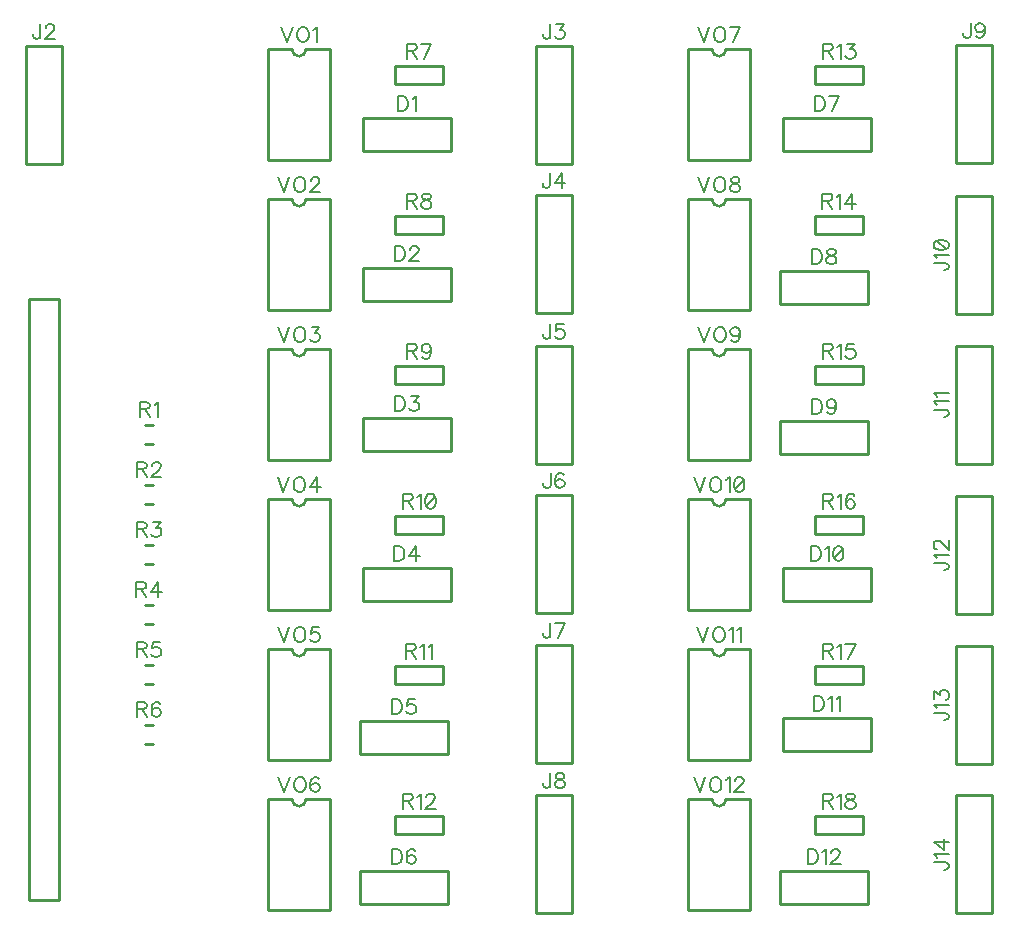
<source format=gbr>
G04 DipTrace 3.2.0.1*
G04 TopSilk.gbr*
%MOIN*%
G04 #@! TF.FileFunction,Legend,Top*
G04 #@! TF.Part,Single*
%ADD10C,0.009843*%
%ADD59C,0.00772*%
%FSLAX26Y26*%
G04*
G70*
G90*
G75*
G01*
G04 TopSilk*
%LPD*%
X1441633Y3108961D2*
D10*
X1646367D1*
X1441633Y3479039D2*
Y3108961D1*
X1646367Y3479039D2*
Y3108961D1*
X1441633Y3479039D2*
X1520374D1*
X1646367D2*
X1567626D1*
X1520374D2*
G03X1567626Y3479039I23626J15D01*
G01*
X1441633Y2608961D2*
X1646367D1*
X1441633Y2979039D2*
Y2608961D1*
X1646367Y2979039D2*
Y2608961D1*
X1441633Y2979039D2*
X1520374D1*
X1646367D2*
X1567626D1*
X1520374D2*
G03X1567626Y2979039I23626J15D01*
G01*
X1441633Y2108961D2*
X1646367D1*
X1441633Y2479039D2*
Y2108961D1*
X1646367Y2479039D2*
Y2108961D1*
X1441633Y2479039D2*
X1520374D1*
X1646367D2*
X1567626D1*
X1520374D2*
G03X1567626Y2479039I23626J15D01*
G01*
X1441633Y1608961D2*
X1646367D1*
X1441633Y1979039D2*
Y1608961D1*
X1646367Y1979039D2*
Y1608961D1*
X1441633Y1979039D2*
X1520374D1*
X1646367D2*
X1567626D1*
X1520374D2*
G03X1567626Y1979039I23626J15D01*
G01*
X1441633Y1108961D2*
X1646367D1*
X1441633Y1479039D2*
Y1108961D1*
X1646367Y1479039D2*
Y1108961D1*
X1441633Y1479039D2*
X1520374D1*
X1646367D2*
X1567626D1*
X1520374D2*
G03X1567626Y1479039I23626J15D01*
G01*
X1441633Y608961D2*
X1646367D1*
X1441633Y979039D2*
Y608961D1*
X1646367Y979039D2*
Y608961D1*
X1441633Y979039D2*
X1520374D1*
X1646367D2*
X1567626D1*
X1520374D2*
G03X1567626Y979039I23626J15D01*
G01*
X2841633Y3108961D2*
X3046367D1*
X2841633Y3479039D2*
Y3108961D1*
X3046367Y3479039D2*
Y3108961D1*
X2841633Y3479039D2*
X2920374D1*
X3046367D2*
X2967626D1*
X2920374D2*
G03X2967626Y3479039I23626J15D01*
G01*
X2841633Y2608961D2*
X3046367D1*
X2841633Y2979039D2*
Y2608961D1*
X3046367Y2979039D2*
Y2608961D1*
X2841633Y2979039D2*
X2920374D1*
X3046367D2*
X2967626D1*
X2920374D2*
G03X2967626Y2979039I23626J15D01*
G01*
X2841633Y2108961D2*
X3046367D1*
X2841633Y2479039D2*
Y2108961D1*
X3046367Y2479039D2*
Y2108961D1*
X2841633Y2479039D2*
X2920374D1*
X3046367D2*
X2967626D1*
X2920374D2*
G03X2967626Y2479039I23626J15D01*
G01*
X2841633Y1608961D2*
X3046367D1*
X2841633Y1979039D2*
Y1608961D1*
X3046367Y1979039D2*
Y1608961D1*
X2841633Y1979039D2*
X2920374D1*
X3046367D2*
X2967626D1*
X2920374D2*
G03X2967626Y1979039I23626J15D01*
G01*
X2841633Y1108961D2*
X3046367D1*
X2841633Y1479039D2*
Y1108961D1*
X3046367Y1479039D2*
Y1108961D1*
X2841633Y1479039D2*
X2920374D1*
X3046367D2*
X2967626D1*
X2920374D2*
G03X2967626Y1479039I23626J15D01*
G01*
X2841633Y608961D2*
X3046367D1*
X2841633Y979039D2*
Y608961D1*
X3046367Y979039D2*
Y608961D1*
X2841633Y979039D2*
X2920374D1*
X3046367D2*
X2967626D1*
X2920374D2*
G03X2967626Y979039I23626J15D01*
G01*
X1055780Y2225465D2*
X1032220D1*
X1055780Y2162535D2*
X1032220D1*
X1055780Y2025465D2*
X1032220D1*
X1055780Y1962535D2*
X1032220D1*
X1055780Y1825465D2*
X1032220D1*
X1055780Y1762535D2*
X1032220D1*
X1055780Y1625465D2*
X1032220D1*
X1055780Y1562535D2*
X1032220D1*
X1055780Y1425465D2*
X1032220D1*
X1055780Y1362535D2*
X1032220D1*
X1055780Y1225465D2*
X1032220D1*
X1055780Y1162535D2*
X1032220D1*
X643998Y643158D2*
X744000D1*
Y2644842D1*
X643998D1*
Y643158D1*
X2049512Y3138882D2*
X1758173D1*
Y3249118D1*
X2049512D1*
Y3138882D2*
Y3249118D1*
X755024Y3489276D2*
X632976D1*
Y3095575D1*
X755024D1*
Y3489276D1*
X2024150Y3364000D2*
Y3424000D1*
X1863850Y3364000D2*
X2024150D1*
X1863850D2*
Y3424000D1*
X2024150D1*
X2455024Y3489276D2*
X2332976D1*
Y3095575D1*
X2455024D1*
Y3489276D1*
X2049512Y2638882D2*
X1758173D1*
Y2749118D1*
X2049512D1*
Y2638882D2*
Y2749118D1*
X2024150Y2864000D2*
Y2924000D1*
X1863850Y2864000D2*
X2024150D1*
X1863850D2*
Y2924000D1*
X2024150D1*
X2455024Y2992425D2*
X2332976D1*
Y2598724D1*
X2455024D1*
Y2992425D1*
X2049512Y2138882D2*
X1758173D1*
Y2249118D1*
X2049512D1*
Y2138882D2*
Y2249118D1*
X2024150Y2364000D2*
Y2424000D1*
X1863850Y2364000D2*
X2024150D1*
X1863850D2*
Y2424000D1*
X2024150D1*
X2455024Y2489276D2*
X2332976D1*
Y2095575D1*
X2455024D1*
Y2489276D1*
X2049512Y1638882D2*
X1758173D1*
Y1749118D1*
X2049512D1*
Y1638882D2*
Y1749118D1*
X2024150Y1864000D2*
Y1924000D1*
X1863850Y1864000D2*
X2024150D1*
X1863850D2*
Y1924000D1*
X2024150D1*
X2455024Y1992425D2*
X2332976D1*
Y1598724D1*
X2455024D1*
Y1992425D1*
X2039669Y1129039D2*
X1748331D1*
Y1239276D1*
X2039669D1*
Y1129039D2*
Y1239276D1*
X2024150Y1364000D2*
Y1424000D1*
X1863850Y1364000D2*
X2024150D1*
X1863850D2*
Y1424000D1*
X2024150D1*
X2455024Y1492425D2*
X2332976D1*
Y1098724D1*
X2455024D1*
Y1492425D1*
X2039669Y629039D2*
X1748331D1*
Y739276D1*
X2039669D1*
Y629039D2*
Y739276D1*
X2024150Y864000D2*
Y924000D1*
X1863850Y864000D2*
X2024150D1*
X1863850D2*
Y924000D1*
X2024150D1*
X2455024Y992425D2*
X2332976D1*
Y598724D1*
X2455024D1*
Y992425D1*
X3449512Y3138882D2*
X3158173D1*
Y3249118D1*
X3449512D1*
Y3138882D2*
Y3249118D1*
X3424150Y3364000D2*
Y3424000D1*
X3263850Y3364000D2*
X3424150D1*
X3263850D2*
Y3424000D1*
X3424150D1*
X3855024Y3492425D2*
X3732976D1*
Y3098724D1*
X3855024D1*
Y3492425D1*
X3439669Y2629039D2*
X3148331D1*
Y2739276D1*
X3439669D1*
Y2629039D2*
Y2739276D1*
X3424150Y2864000D2*
Y2924000D1*
X3263850Y2864000D2*
X3424150D1*
X3263850D2*
Y2924000D1*
X3424150D1*
X3855024Y2989276D2*
X3732976D1*
Y2595575D1*
X3855024D1*
Y2989276D1*
X3439669Y2129039D2*
X3148331D1*
Y2239276D1*
X3439669D1*
Y2129039D2*
Y2239276D1*
X3424150Y2364000D2*
Y2424000D1*
X3263850Y2364000D2*
X3424150D1*
X3263850D2*
Y2424000D1*
X3424150D1*
X3855024Y2489276D2*
X3732976D1*
Y2095575D1*
X3855024D1*
Y2489276D1*
X3449512Y1638882D2*
X3158173D1*
Y1749118D1*
X3449512D1*
Y1638882D2*
Y1749118D1*
X3424150Y1864000D2*
Y1924000D1*
X3263850Y1864000D2*
X3424150D1*
X3263850D2*
Y1924000D1*
X3424150D1*
X3855024Y1989276D2*
X3732976D1*
Y1595575D1*
X3855024D1*
Y1989276D1*
X3449512Y1138882D2*
X3158173D1*
Y1249118D1*
X3449512D1*
Y1138882D2*
Y1249118D1*
X3424150Y1364000D2*
Y1424000D1*
X3263850Y1364000D2*
X3424150D1*
X3263850D2*
Y1424000D1*
X3424150D1*
X3855024Y1489276D2*
X3732976D1*
Y1095575D1*
X3855024D1*
Y1489276D1*
X3439669Y629039D2*
X3148331D1*
Y739276D1*
X3439669D1*
Y629039D2*
Y739276D1*
X3424150Y864000D2*
Y924000D1*
X3263850Y864000D2*
X3424150D1*
X3263850D2*
Y924000D1*
X3424150D1*
X3855024Y992425D2*
X3732976D1*
Y598724D1*
X3855024D1*
Y992425D1*
X1484317Y3552262D2*
D59*
X1503441Y3502022D1*
X1522564Y3552262D1*
X1552373D2*
X1547565Y3549886D1*
X1542812Y3545077D1*
X1540380Y3540324D1*
X1538003Y3533139D1*
Y3521146D1*
X1540380Y3514016D1*
X1542812Y3509207D1*
X1547565Y3504454D1*
X1552373Y3502022D1*
X1561935D1*
X1566688Y3504454D1*
X1571497Y3509207D1*
X1573873Y3514016D1*
X1576250Y3521146D1*
Y3533139D1*
X1573873Y3540324D1*
X1571497Y3545077D1*
X1566688Y3549886D1*
X1561935Y3552262D1*
X1552373D1*
X1591689Y3542646D2*
X1596497Y3545077D1*
X1603683Y3552207D1*
Y3502022D1*
X1473568Y3052262D2*
X1492691Y3002022D1*
X1511814Y3052262D1*
X1541623D2*
X1536815Y3049886D1*
X1532062Y3045077D1*
X1529630Y3040324D1*
X1527253Y3033139D1*
Y3021146D1*
X1529630Y3014016D1*
X1532062Y3009207D1*
X1536815Y3004454D1*
X1541623Y3002022D1*
X1551185D1*
X1555938Y3004454D1*
X1560747Y3009207D1*
X1563123Y3014016D1*
X1565500Y3021146D1*
Y3033139D1*
X1563123Y3040324D1*
X1560747Y3045077D1*
X1555938Y3049886D1*
X1551185Y3052262D1*
X1541623D1*
X1583371Y3040269D2*
Y3042646D1*
X1585748Y3047454D1*
X1588124Y3049831D1*
X1592933Y3052207D1*
X1602494D1*
X1607247Y3049831D1*
X1609624Y3047454D1*
X1612056Y3042646D1*
Y3037892D1*
X1609624Y3033084D1*
X1604871Y3025954D1*
X1580939Y3002022D1*
X1614432D1*
X1473568Y2552262D2*
X1492691Y2502022D1*
X1511814Y2552262D1*
X1541623D2*
X1536815Y2549886D1*
X1532062Y2545077D1*
X1529630Y2540324D1*
X1527253Y2533139D1*
Y2521146D1*
X1529630Y2514016D1*
X1532062Y2509207D1*
X1536815Y2504454D1*
X1541623Y2502022D1*
X1551185D1*
X1555938Y2504454D1*
X1560747Y2509207D1*
X1563123Y2514016D1*
X1565500Y2521146D1*
Y2533139D1*
X1563123Y2540324D1*
X1560747Y2545077D1*
X1555938Y2549886D1*
X1551185Y2552262D1*
X1541623D1*
X1585748Y2552207D2*
X1612001D1*
X1597686Y2533084D1*
X1604871D1*
X1609624Y2530707D1*
X1612001Y2528331D1*
X1614432Y2521146D1*
Y2516393D1*
X1612001Y2509207D1*
X1607247Y2504399D1*
X1600062Y2502022D1*
X1592877D1*
X1585748Y2504399D1*
X1583371Y2506831D1*
X1580939Y2511584D1*
X1472379Y2052262D2*
X1491503Y2002022D1*
X1510626Y2052262D1*
X1540435D2*
X1535627Y2049886D1*
X1530873Y2045077D1*
X1528442Y2040324D1*
X1526065Y2033139D1*
Y2021146D1*
X1528442Y2014016D1*
X1530873Y2009207D1*
X1535627Y2004454D1*
X1540435Y2002022D1*
X1549997D1*
X1554750Y2004454D1*
X1559558Y2009207D1*
X1561935Y2014016D1*
X1564312Y2021146D1*
Y2033139D1*
X1561935Y2040324D1*
X1559558Y2045077D1*
X1554750Y2049886D1*
X1549997Y2052262D1*
X1540435D1*
X1603683Y2002022D2*
Y2052207D1*
X1579751Y2018769D1*
X1615621D1*
X1473568Y1552262D2*
X1492691Y1502022D1*
X1511814Y1552262D1*
X1541623D2*
X1536815Y1549886D1*
X1532062Y1545077D1*
X1529630Y1540324D1*
X1527253Y1533139D1*
Y1521146D1*
X1529630Y1514016D1*
X1532062Y1509207D1*
X1536815Y1504454D1*
X1541623Y1502022D1*
X1551185D1*
X1555938Y1504454D1*
X1560747Y1509207D1*
X1563123Y1514016D1*
X1565500Y1521146D1*
Y1533139D1*
X1563123Y1540324D1*
X1560747Y1545077D1*
X1555938Y1549886D1*
X1551185Y1552262D1*
X1541623D1*
X1609624Y1552207D2*
X1585748D1*
X1583371Y1530707D1*
X1585748Y1533084D1*
X1592933Y1535516D1*
X1600062D1*
X1607247Y1533084D1*
X1612056Y1528331D1*
X1614432Y1521146D1*
Y1516393D1*
X1612056Y1509207D1*
X1607247Y1504399D1*
X1600062Y1502022D1*
X1592933D1*
X1585748Y1504399D1*
X1583371Y1506831D1*
X1580939Y1511584D1*
X1474783Y1052262D2*
X1493907Y1002022D1*
X1513030Y1052262D1*
X1542839D2*
X1538031Y1049886D1*
X1533278Y1045077D1*
X1530846Y1040324D1*
X1528469Y1033139D1*
Y1021146D1*
X1530846Y1014016D1*
X1533278Y1009207D1*
X1538031Y1004454D1*
X1542839Y1002022D1*
X1552401D1*
X1557154Y1004454D1*
X1561963Y1009207D1*
X1564339Y1014016D1*
X1566716Y1021146D1*
Y1033139D1*
X1564339Y1040324D1*
X1561963Y1045077D1*
X1557154Y1049886D1*
X1552401Y1052262D1*
X1542839D1*
X1610840Y1045077D2*
X1608463Y1049831D1*
X1601278Y1052207D1*
X1596525D1*
X1589340Y1049831D1*
X1584532Y1042646D1*
X1582155Y1030707D1*
Y1018769D1*
X1584532Y1009207D1*
X1589340Y1004399D1*
X1596525Y1002022D1*
X1598902D1*
X1606031Y1004399D1*
X1610840Y1009207D1*
X1613217Y1016393D1*
Y1018769D1*
X1610840Y1025954D1*
X1606031Y1030707D1*
X1598902Y1033084D1*
X1596525D1*
X1589340Y1030707D1*
X1584532Y1025954D1*
X1582155Y1018769D1*
X2873568Y3552262D2*
X2892691Y3502022D1*
X2911814Y3552262D1*
X2941623D2*
X2936815Y3549886D1*
X2932062Y3545077D1*
X2929630Y3540324D1*
X2927253Y3533139D1*
Y3521146D1*
X2929630Y3514016D1*
X2932062Y3509207D1*
X2936815Y3504454D1*
X2941623Y3502022D1*
X2951185D1*
X2955938Y3504454D1*
X2960747Y3509207D1*
X2963123Y3514016D1*
X2965500Y3521146D1*
Y3533139D1*
X2963123Y3540324D1*
X2960747Y3545077D1*
X2955938Y3549886D1*
X2951185Y3552262D1*
X2941623D1*
X2990501Y3502022D2*
X3014432Y3552207D1*
X2980939D1*
X2873595Y3052262D2*
X2892718Y3002022D1*
X2911842Y3052262D1*
X2941651D2*
X2936843Y3049886D1*
X2932089Y3045077D1*
X2929658Y3040324D1*
X2927281Y3033139D1*
Y3021146D1*
X2929658Y3014016D1*
X2932089Y3009207D1*
X2936843Y3004454D1*
X2941651Y3002022D1*
X2951213D1*
X2955966Y3004454D1*
X2960774Y3009207D1*
X2963151Y3014016D1*
X2965527Y3021146D1*
Y3033139D1*
X2963151Y3040324D1*
X2960774Y3045077D1*
X2955966Y3049886D1*
X2951213Y3052262D1*
X2941651D1*
X2992905Y3052207D2*
X2985775Y3049831D1*
X2983343Y3045077D1*
Y3040269D1*
X2985775Y3035516D1*
X2990528Y3033084D1*
X3000090Y3030707D1*
X3007275Y3028331D1*
X3012028Y3023522D1*
X3014405Y3018769D1*
Y3011584D1*
X3012028Y3006831D1*
X3009652Y3004399D1*
X3002467Y3002022D1*
X2992905D1*
X2985775Y3004399D1*
X2983343Y3006831D1*
X2980967Y3011584D1*
Y3018769D1*
X2983343Y3023522D1*
X2988152Y3028331D1*
X2995282Y3030707D1*
X3004843Y3033084D1*
X3009652Y3035516D1*
X3012028Y3040269D1*
Y3045077D1*
X3009652Y3049831D1*
X3002467Y3052207D1*
X2992905D1*
X2874756Y2552262D2*
X2893879Y2502022D1*
X2913002Y2552262D1*
X2942812D2*
X2938003Y2549886D1*
X2933250Y2545077D1*
X2930818Y2540324D1*
X2928442Y2533139D1*
Y2521146D1*
X2930818Y2514016D1*
X2933250Y2509207D1*
X2938003Y2504454D1*
X2942812Y2502022D1*
X2952373D1*
X2957127Y2504454D1*
X2961935Y2509207D1*
X2964312Y2514016D1*
X2966688Y2521146D1*
Y2533139D1*
X2964312Y2540324D1*
X2961935Y2545077D1*
X2957127Y2549886D1*
X2952373Y2552262D1*
X2942812D1*
X3013244Y2535516D2*
X3010812Y2528331D1*
X3006059Y2523522D1*
X2998874Y2521146D1*
X2996497D1*
X2989312Y2523522D1*
X2984559Y2528331D1*
X2982127Y2535516D1*
Y2537892D1*
X2984559Y2545077D1*
X2989312Y2549831D1*
X2996497Y2552207D1*
X2998874D1*
X3006059Y2549831D1*
X3010812Y2545077D1*
X3013244Y2535516D1*
Y2523522D1*
X3010812Y2511584D1*
X3006059Y2504399D1*
X2998874Y2502022D1*
X2994121D1*
X2986936Y2504399D1*
X2984559Y2509207D1*
X2859851Y2052262D2*
X2878974Y2002022D1*
X2898098Y2052262D1*
X2927907D2*
X2923099Y2049886D1*
X2918345Y2045077D1*
X2915914Y2040324D1*
X2913537Y2033139D1*
Y2021146D1*
X2915914Y2014016D1*
X2918345Y2009207D1*
X2923099Y2004454D1*
X2927907Y2002022D1*
X2937469D1*
X2942222Y2004454D1*
X2947030Y2009207D1*
X2949407Y2014016D1*
X2951783Y2021146D1*
Y2033139D1*
X2949407Y2040324D1*
X2947030Y2045077D1*
X2942222Y2049886D1*
X2937469Y2052262D1*
X2927907D1*
X2967223Y2042646D2*
X2972031Y2045077D1*
X2979216Y2052207D1*
Y2002022D1*
X3009026Y2052207D2*
X3001841Y2049831D1*
X2997032Y2042646D1*
X2994655Y2030707D1*
Y2023522D1*
X2997032Y2011584D1*
X3001841Y2004399D1*
X3009026Y2002022D1*
X3013779D1*
X3020964Y2004399D1*
X3025717Y2011584D1*
X3028149Y2023522D1*
Y2030707D1*
X3025717Y2042646D1*
X3020964Y2049831D1*
X3013779Y2052207D1*
X3009026D1*
X3025717Y2042646D2*
X2997032Y2011584D1*
X2870601Y1552262D2*
X2889724Y1502022D1*
X2908848Y1552262D1*
X2938657D2*
X2933849Y1549886D1*
X2929095Y1545077D1*
X2926663Y1540324D1*
X2924287Y1533139D1*
Y1521146D1*
X2926663Y1514016D1*
X2929095Y1509207D1*
X2933849Y1504454D1*
X2938657Y1502022D1*
X2948219D1*
X2952972Y1504454D1*
X2957780Y1509207D1*
X2960157Y1514016D1*
X2962533Y1521146D1*
Y1533139D1*
X2960157Y1540324D1*
X2957780Y1545077D1*
X2952972Y1549886D1*
X2948219Y1552262D1*
X2938657D1*
X2977973Y1542646D2*
X2982781Y1545077D1*
X2989966Y1552207D1*
Y1502022D1*
X3005405Y1542646D2*
X3010214Y1545077D1*
X3017399Y1552207D1*
Y1502022D1*
X2859851Y1052262D2*
X2878974Y1002022D1*
X2898098Y1052262D1*
X2927907D2*
X2923099Y1049886D1*
X2918345Y1045077D1*
X2915914Y1040324D1*
X2913537Y1033139D1*
Y1021146D1*
X2915914Y1014016D1*
X2918345Y1009207D1*
X2923099Y1004454D1*
X2927907Y1002022D1*
X2937469D1*
X2942222Y1004454D1*
X2947030Y1009207D1*
X2949407Y1014016D1*
X2951783Y1021146D1*
Y1033139D1*
X2949407Y1040324D1*
X2947030Y1045077D1*
X2942222Y1049886D1*
X2937469Y1052262D1*
X2927907D1*
X2967223Y1042646D2*
X2972031Y1045077D1*
X2979216Y1052207D1*
Y1002022D1*
X2997087Y1040269D2*
Y1042646D1*
X2999464Y1047454D1*
X3001841Y1049831D1*
X3006649Y1052207D1*
X3016211D1*
X3020964Y1049831D1*
X3023340Y1047454D1*
X3025772Y1042646D1*
Y1037892D1*
X3023340Y1033084D1*
X3018587Y1025954D1*
X2994655Y1002022D1*
X3028149D1*
X1013537Y2278724D2*
X1035037D1*
X1042222Y2281156D1*
X1044654Y2283533D1*
X1047030Y2288286D1*
Y2293095D1*
X1044654Y2297848D1*
X1042222Y2300280D1*
X1035037Y2302656D1*
X1013537D1*
Y2252416D1*
X1030284Y2278724D2*
X1047030Y2252416D1*
X1062470Y2293039D2*
X1067278Y2295471D1*
X1074463Y2302601D1*
Y2252416D1*
X1002787Y2078724D2*
X1024287D1*
X1031472Y2081156D1*
X1033904Y2083533D1*
X1036280Y2088286D1*
Y2093095D1*
X1033904Y2097848D1*
X1031472Y2100280D1*
X1024287Y2102656D1*
X1002787D1*
Y2052416D1*
X1019534Y2078724D2*
X1036280Y2052416D1*
X1054151Y2090663D2*
Y2093039D1*
X1056528Y2097848D1*
X1058905Y2100224D1*
X1063713Y2102601D1*
X1073275D1*
X1078028Y2100224D1*
X1080405Y2097848D1*
X1082836Y2093039D1*
Y2088286D1*
X1080405Y2083478D1*
X1075651Y2076348D1*
X1051720Y2052416D1*
X1085213D1*
X1002787Y1878724D2*
X1024287D1*
X1031472Y1881156D1*
X1033904Y1883533D1*
X1036280Y1888286D1*
Y1893095D1*
X1033904Y1897848D1*
X1031472Y1900280D1*
X1024287Y1902656D1*
X1002787D1*
Y1852416D1*
X1019534Y1878724D2*
X1036280Y1852416D1*
X1056528Y1902601D2*
X1082781D1*
X1068466Y1883478D1*
X1075651D1*
X1080405Y1881101D1*
X1082781Y1878724D1*
X1085213Y1871539D1*
Y1866786D1*
X1082781Y1859601D1*
X1078028Y1854793D1*
X1070843Y1852416D1*
X1063658D1*
X1056528Y1854793D1*
X1054151Y1857225D1*
X1051720Y1861978D1*
X1001599Y1678724D2*
X1023099D1*
X1030284Y1681156D1*
X1032715Y1683533D1*
X1035092Y1688286D1*
Y1693095D1*
X1032715Y1697848D1*
X1030284Y1700280D1*
X1023099Y1702656D1*
X1001599D1*
Y1652416D1*
X1018345Y1678724D2*
X1035092Y1652416D1*
X1074463D2*
Y1702601D1*
X1050531Y1669163D1*
X1086401D1*
X1002787Y1478724D2*
X1024287D1*
X1031472Y1481156D1*
X1033904Y1483533D1*
X1036280Y1488286D1*
Y1493095D1*
X1033904Y1497848D1*
X1031472Y1500280D1*
X1024287Y1502656D1*
X1002787D1*
Y1452416D1*
X1019534Y1478724D2*
X1036280Y1452416D1*
X1080405Y1502601D2*
X1056528D1*
X1054151Y1481101D1*
X1056528Y1483478D1*
X1063713Y1485909D1*
X1070843D1*
X1078028Y1483478D1*
X1082836Y1478724D1*
X1085213Y1471539D1*
Y1466786D1*
X1082836Y1459601D1*
X1078028Y1454793D1*
X1070843Y1452416D1*
X1063713D1*
X1056528Y1454793D1*
X1054151Y1457225D1*
X1051720Y1461978D1*
X1004003Y1278724D2*
X1025503D1*
X1032688Y1281156D1*
X1035120Y1283533D1*
X1037496Y1288286D1*
Y1293095D1*
X1035120Y1297848D1*
X1032688Y1300280D1*
X1025503Y1302656D1*
X1004003D1*
Y1252416D1*
X1020750Y1278724D2*
X1037496Y1252416D1*
X1081620Y1295471D2*
X1079244Y1300224D1*
X1072059Y1302601D1*
X1067306D1*
X1060121Y1300224D1*
X1055312Y1293039D1*
X1052936Y1281101D1*
Y1269163D1*
X1055312Y1259601D1*
X1060121Y1254793D1*
X1067306Y1252416D1*
X1069682D1*
X1076812Y1254793D1*
X1081620Y1259601D1*
X1083997Y1266786D1*
Y1269163D1*
X1081620Y1276348D1*
X1076812Y1281101D1*
X1069682Y1283478D1*
X1067306D1*
X1060121Y1281101D1*
X1055312Y1276348D1*
X1052936Y1269163D1*
X1873379Y3322341D2*
Y3272101D1*
X1890126D1*
X1897311Y3274533D1*
X1902120Y3279286D1*
X1904496Y3284095D1*
X1906873Y3291224D1*
Y3303218D1*
X1904496Y3310403D1*
X1902120Y3315156D1*
X1897311Y3319965D1*
X1890126Y3322341D1*
X1873379D1*
X1922312Y3312724D2*
X1927121Y3315156D1*
X1934306Y3322286D1*
Y3272101D1*
X681500Y3562499D2*
Y3524252D1*
X679123Y3517067D1*
X676691Y3514691D1*
X671938Y3512259D1*
X667129D1*
X662376Y3514691D1*
X660000Y3517067D1*
X657568Y3524252D1*
Y3529005D1*
X699371Y3550505D2*
Y3552882D1*
X701747Y3557690D1*
X704124Y3560067D1*
X708932Y3562443D1*
X718494D1*
X723247Y3560067D1*
X725624Y3557690D1*
X728056Y3552882D1*
Y3548129D1*
X725624Y3543320D1*
X720871Y3536190D1*
X696939Y3512259D1*
X730432D1*
X1902787Y3473291D2*
X1924287D1*
X1931472Y3475723D1*
X1933904Y3478100D1*
X1936280Y3482853D1*
Y3487661D1*
X1933904Y3492415D1*
X1931472Y3494846D1*
X1924287Y3497223D1*
X1902787D1*
Y3446983D1*
X1919534Y3473291D2*
X1936280Y3446983D1*
X1961281D2*
X1985213Y3497168D1*
X1951720D1*
X2381500Y3562499D2*
Y3524252D1*
X2379123Y3517067D1*
X2376691Y3514691D1*
X2371938Y3512259D1*
X2367129D1*
X2362376Y3514691D1*
X2360000Y3517067D1*
X2357568Y3524252D1*
Y3529005D1*
X2401747Y3562443D2*
X2428000D1*
X2413685Y3543320D1*
X2420871D1*
X2425624Y3540944D1*
X2428000Y3538567D1*
X2430432Y3531382D1*
Y3526629D1*
X2428000Y3519444D1*
X2423247Y3514635D1*
X2416062Y3512259D1*
X2408877D1*
X2401747Y3514635D1*
X2399371Y3517067D1*
X2396939Y3521820D1*
X1862630Y2822341D2*
Y2772101D1*
X1879376D1*
X1886561Y2774533D1*
X1891370Y2779286D1*
X1893746Y2784095D1*
X1896123Y2791224D1*
Y2803218D1*
X1893746Y2810403D1*
X1891370Y2815156D1*
X1886561Y2819965D1*
X1879376Y2822341D1*
X1862630D1*
X1913994Y2810348D2*
Y2812724D1*
X1916371Y2817533D1*
X1918747Y2819909D1*
X1923556Y2822286D1*
X1933117D1*
X1937870Y2819909D1*
X1940247Y2817533D1*
X1942679Y2812724D1*
Y2807971D1*
X1940247Y2803163D1*
X1935494Y2796033D1*
X1911562Y2772101D1*
X1945055D1*
X1902815Y2973291D2*
X1924315D1*
X1931500Y2975723D1*
X1933931Y2978100D1*
X1936308Y2982853D1*
Y2987661D1*
X1933931Y2992415D1*
X1931500Y2994846D1*
X1924315Y2997223D1*
X1902815D1*
Y2946983D1*
X1919561Y2973291D2*
X1936308Y2946983D1*
X1963685Y2997168D2*
X1956556Y2994791D1*
X1954124Y2990038D1*
Y2985230D1*
X1956556Y2980476D1*
X1961309Y2978045D1*
X1970871Y2975668D1*
X1978056Y2973291D1*
X1982809Y2968483D1*
X1985185Y2963730D1*
Y2956545D1*
X1982809Y2951792D1*
X1980432Y2949360D1*
X1973247Y2946983D1*
X1963685D1*
X1956556Y2949360D1*
X1954124Y2951792D1*
X1951747Y2956545D1*
Y2963730D1*
X1954124Y2968483D1*
X1958932Y2973291D1*
X1966062Y2975668D1*
X1975624Y2978045D1*
X1980432Y2980476D1*
X1982809Y2985230D1*
Y2990038D1*
X1980432Y2994791D1*
X1973247Y2997168D1*
X1963685D1*
X2380311Y3065648D2*
Y3027402D1*
X2377935Y3020217D1*
X2375503Y3017840D1*
X2370750Y3015408D1*
X2365941D1*
X2361188Y3017840D1*
X2358811Y3020217D1*
X2356380Y3027402D1*
Y3032155D1*
X2419682Y3015408D2*
Y3065593D1*
X2395751Y3032155D1*
X2431620D1*
X1862630Y2322341D2*
Y2272101D1*
X1879376D1*
X1886561Y2274533D1*
X1891370Y2279286D1*
X1893746Y2284095D1*
X1896123Y2291224D1*
Y2303218D1*
X1893746Y2310403D1*
X1891370Y2315156D1*
X1886561Y2319965D1*
X1879376Y2322341D1*
X1862630D1*
X1916371Y2322286D2*
X1942624D1*
X1928309Y2303163D1*
X1935494D1*
X1940247Y2300786D1*
X1942624Y2298409D1*
X1945055Y2291224D1*
Y2286471D1*
X1942624Y2279286D1*
X1937870Y2274478D1*
X1930685Y2272101D1*
X1923500D1*
X1916371Y2274478D1*
X1913994Y2276910D1*
X1911562Y2281663D1*
X1903975Y2473291D2*
X1925475D1*
X1932660Y2475723D1*
X1935092Y2478100D1*
X1937469Y2482853D1*
Y2487661D1*
X1935092Y2492415D1*
X1932660Y2494846D1*
X1925475Y2497223D1*
X1903975D1*
Y2446983D1*
X1920722Y2473291D2*
X1937469Y2446983D1*
X1984025Y2480476D2*
X1981593Y2473291D1*
X1976840Y2468483D1*
X1969655Y2466106D1*
X1967278D1*
X1960093Y2468483D1*
X1955340Y2473291D1*
X1952908Y2480476D1*
Y2482853D1*
X1955340Y2490038D1*
X1960093Y2494791D1*
X1967278Y2497168D1*
X1969655D1*
X1976840Y2494791D1*
X1981593Y2490038D1*
X1984025Y2480476D1*
Y2468483D1*
X1981593Y2456545D1*
X1976840Y2449360D1*
X1969655Y2446983D1*
X1964901D1*
X1957716Y2449360D1*
X1955340Y2454168D1*
X2381500Y2562499D2*
Y2524252D1*
X2379123Y2517067D1*
X2376691Y2514691D1*
X2371938Y2512259D1*
X2367129D1*
X2362376Y2514691D1*
X2360000Y2517067D1*
X2357568Y2524252D1*
Y2529005D1*
X2425624Y2562443D2*
X2401747D1*
X2399371Y2540944D1*
X2401747Y2543320D1*
X2408932Y2545752D1*
X2416062D1*
X2423247Y2543320D1*
X2428056Y2538567D1*
X2430432Y2531382D1*
Y2526629D1*
X2428056Y2519444D1*
X2423247Y2514635D1*
X2416062Y2512259D1*
X2408932D1*
X2401747Y2514635D1*
X2399371Y2517067D1*
X2396939Y2521820D1*
X1861441Y1822341D2*
Y1772101D1*
X1878188D1*
X1885373Y1774533D1*
X1890181Y1779286D1*
X1892558Y1784095D1*
X1894935Y1791224D1*
Y1803218D1*
X1892558Y1810403D1*
X1890181Y1815156D1*
X1885373Y1819965D1*
X1878188Y1822341D1*
X1861441D1*
X1934306Y1772101D2*
Y1822286D1*
X1910374Y1788848D1*
X1946244D1*
X1889071Y1973291D2*
X1910571D1*
X1917756Y1975723D1*
X1920187Y1978100D1*
X1922564Y1982853D1*
Y1987661D1*
X1920187Y1992415D1*
X1917756Y1994846D1*
X1910571Y1997223D1*
X1889071D1*
Y1946983D1*
X1905817Y1973291D2*
X1922564Y1946983D1*
X1938003Y1987606D2*
X1942812Y1990038D1*
X1949997Y1997168D1*
Y1946983D1*
X1979806Y1997168D2*
X1972621Y1994791D1*
X1967813Y1987606D1*
X1965436Y1975668D1*
Y1968483D1*
X1967813Y1956545D1*
X1972621Y1949360D1*
X1979806Y1946983D1*
X1984559D1*
X1991744Y1949360D1*
X1996497Y1956545D1*
X1998929Y1968483D1*
Y1975668D1*
X1996497Y1987606D1*
X1991744Y1994791D1*
X1984559Y1997168D1*
X1979806D1*
X1996497Y1987606D2*
X1967813Y1956545D1*
X2382715Y2065648D2*
Y2027402D1*
X2380339Y2020217D1*
X2377907Y2017840D1*
X2373154Y2015408D1*
X2368345D1*
X2363592Y2017840D1*
X2361216Y2020217D1*
X2358784Y2027402D1*
Y2032155D1*
X2426840Y2058463D2*
X2424463Y2063216D1*
X2417278Y2065593D1*
X2412525D1*
X2405340Y2063216D1*
X2400531Y2056031D1*
X2398155Y2044093D1*
Y2032155D1*
X2400531Y2022593D1*
X2405340Y2017785D1*
X2412525Y2015408D1*
X2414901D1*
X2422031Y2017785D1*
X2426840Y2022593D1*
X2429216Y2029778D1*
Y2032155D1*
X2426840Y2039340D1*
X2422031Y2044093D1*
X2414901Y2046470D1*
X2412525D1*
X2405340Y2044093D1*
X2400531Y2039340D1*
X2398155Y2032155D1*
X1852787Y1312499D2*
Y1262259D1*
X1869534D1*
X1876719Y1264691D1*
X1881527Y1269444D1*
X1883904Y1274252D1*
X1886280Y1281382D1*
Y1293375D1*
X1883904Y1300560D1*
X1881527Y1305314D1*
X1876719Y1310122D1*
X1869534Y1312499D1*
X1852787D1*
X1930405Y1312443D2*
X1906528D1*
X1904151Y1290944D1*
X1906528Y1293320D1*
X1913713Y1295752D1*
X1920843D1*
X1928028Y1293320D1*
X1932836Y1288567D1*
X1935213Y1281382D1*
Y1276629D1*
X1932836Y1269444D1*
X1928028Y1264635D1*
X1920843Y1262259D1*
X1913713D1*
X1906528Y1264635D1*
X1904151Y1267067D1*
X1901720Y1271820D1*
X1899821Y1473291D2*
X1921320D1*
X1928505Y1475723D1*
X1930937Y1478100D1*
X1933314Y1482853D1*
Y1487661D1*
X1930937Y1492415D1*
X1928505Y1494846D1*
X1921320Y1497223D1*
X1899821D1*
Y1446983D1*
X1916567Y1473291D2*
X1933314Y1446983D1*
X1948753Y1487606D2*
X1953562Y1490038D1*
X1960747Y1497168D1*
Y1446983D1*
X1976186Y1487606D2*
X1980994Y1490038D1*
X1988179Y1497168D1*
Y1446983D1*
X2381500Y1565648D2*
Y1527402D1*
X2379123Y1520217D1*
X2376691Y1517840D1*
X2371938Y1515408D1*
X2367129D1*
X2362376Y1517840D1*
X2360000Y1520217D1*
X2357568Y1527402D1*
Y1532155D1*
X2406500Y1515408D2*
X2430432Y1565593D1*
X2396939D1*
X1854003Y812499D2*
Y762259D1*
X1870750D1*
X1877935Y764691D1*
X1882743Y769444D1*
X1885120Y774252D1*
X1887496Y781382D1*
Y793375D1*
X1885120Y800560D1*
X1882743Y805314D1*
X1877935Y810122D1*
X1870750Y812499D1*
X1854003D1*
X1931620Y805314D2*
X1929244Y810067D1*
X1922059Y812443D1*
X1917306D1*
X1910121Y810067D1*
X1905312Y802882D1*
X1902936Y790944D1*
Y779005D1*
X1905312Y769444D1*
X1910121Y764635D1*
X1917306Y762259D1*
X1919682D1*
X1926812Y764635D1*
X1931620Y769444D1*
X1933997Y776629D1*
Y779005D1*
X1931620Y786190D1*
X1926812Y790944D1*
X1919682Y793320D1*
X1917306D1*
X1910121Y790944D1*
X1905312Y786190D1*
X1902936Y779005D1*
X1889071Y973291D2*
X1910571D1*
X1917756Y975723D1*
X1920187Y978100D1*
X1922564Y982853D1*
Y987661D1*
X1920187Y992415D1*
X1917756Y994846D1*
X1910571Y997223D1*
X1889071D1*
Y946983D1*
X1905817Y973291D2*
X1922564Y946983D1*
X1938003Y987606D2*
X1942812Y990038D1*
X1949997Y997168D1*
Y946983D1*
X1967868Y985230D2*
Y987606D1*
X1970244Y992415D1*
X1972621Y994791D1*
X1977429Y997168D1*
X1986991D1*
X1991744Y994791D1*
X1994121Y992415D1*
X1996553Y987606D1*
Y982853D1*
X1994121Y978045D1*
X1989368Y970915D1*
X1965436Y946983D1*
X1998929D1*
X2381527Y1065648D2*
Y1027402D1*
X2379151Y1020217D1*
X2376719Y1017840D1*
X2371966Y1015408D1*
X2367157D1*
X2362404Y1017840D1*
X2360027Y1020217D1*
X2357595Y1027402D1*
Y1032155D1*
X2408905Y1065593D2*
X2401775Y1063216D1*
X2399343Y1058463D1*
Y1053655D1*
X2401775Y1048902D1*
X2406528Y1046470D1*
X2416090Y1044093D1*
X2423275Y1041717D1*
X2428028Y1036908D1*
X2430405Y1032155D1*
Y1024970D1*
X2428028Y1020217D1*
X2425651Y1017785D1*
X2418466Y1015408D1*
X2408905D1*
X2401775Y1017785D1*
X2399343Y1020217D1*
X2396966Y1024970D1*
Y1032155D1*
X2399343Y1036908D1*
X2404151Y1041717D1*
X2411281Y1044093D1*
X2420843Y1046470D1*
X2425651Y1048902D1*
X2428028Y1053655D1*
Y1058463D1*
X2425651Y1063216D1*
X2418466Y1065593D1*
X2408905D1*
X3262630Y3322341D2*
Y3272101D1*
X3279376D1*
X3286561Y3274533D1*
X3291370Y3279286D1*
X3293746Y3284095D1*
X3296123Y3291224D1*
Y3303218D1*
X3293746Y3310403D1*
X3291370Y3315156D1*
X3286561Y3319965D1*
X3279376Y3322341D1*
X3262630D1*
X3321124Y3272101D2*
X3345055Y3322286D1*
X3311562D1*
X3289071Y3473291D2*
X3310571D1*
X3317756Y3475723D1*
X3320187Y3478100D1*
X3322564Y3482853D1*
Y3487661D1*
X3320187Y3492415D1*
X3317756Y3494846D1*
X3310571Y3497223D1*
X3289071D1*
Y3446983D1*
X3305817Y3473291D2*
X3322564Y3446983D1*
X3338003Y3487606D2*
X3342812Y3490038D1*
X3349997Y3497168D1*
Y3446983D1*
X3370244Y3497168D2*
X3396497D1*
X3382183Y3478045D1*
X3389368D1*
X3394121Y3475668D1*
X3396497Y3473291D1*
X3398929Y3466106D1*
Y3461353D1*
X3396497Y3454168D1*
X3391744Y3449360D1*
X3384559Y3446983D1*
X3377374D1*
X3370244Y3449360D1*
X3367868Y3451792D1*
X3365436Y3456545D1*
X3782688Y3565648D2*
Y3527402D1*
X3780311Y3520217D1*
X3777879Y3517840D1*
X3773126Y3515408D1*
X3768318D1*
X3763565Y3517840D1*
X3761188Y3520217D1*
X3758756Y3527402D1*
Y3532155D1*
X3829244Y3548902D2*
X3826812Y3541717D1*
X3822059Y3536908D1*
X3814874Y3534532D1*
X3812497D1*
X3805312Y3536908D1*
X3800559Y3541717D1*
X3798127Y3548902D1*
Y3551278D1*
X3800559Y3558463D1*
X3805312Y3563216D1*
X3812497Y3565593D1*
X3814874D1*
X3822059Y3563216D1*
X3826812Y3558463D1*
X3829244Y3548902D1*
Y3536908D1*
X3826812Y3524970D1*
X3822059Y3517785D1*
X3814874Y3515408D1*
X3810121D1*
X3802936Y3517785D1*
X3800559Y3522593D1*
X3252815Y2812499D2*
Y2762259D1*
X3269561D1*
X3276746Y2764691D1*
X3281555Y2769444D1*
X3283931Y2774252D1*
X3286308Y2781382D1*
Y2793375D1*
X3283931Y2800560D1*
X3281555Y2805314D1*
X3276746Y2810122D1*
X3269561Y2812499D1*
X3252815D1*
X3313685Y2812443D2*
X3306556Y2810067D1*
X3304124Y2805314D1*
Y2800505D1*
X3306556Y2795752D1*
X3311309Y2793320D1*
X3320871Y2790944D1*
X3328056Y2788567D1*
X3332809Y2783759D1*
X3335185Y2779005D1*
Y2771820D1*
X3332809Y2767067D1*
X3330432Y2764635D1*
X3323247Y2762259D1*
X3313685D1*
X3306556Y2764635D1*
X3304124Y2767067D1*
X3301747Y2771820D1*
Y2779005D1*
X3304124Y2783759D1*
X3308932Y2788567D1*
X3316062Y2790944D1*
X3325624Y2793320D1*
X3330432Y2795752D1*
X3332809Y2800505D1*
Y2805314D1*
X3330432Y2810067D1*
X3323247Y2812443D1*
X3313685D1*
X3287882Y2973291D2*
X3309382D1*
X3316567Y2975723D1*
X3318999Y2978100D1*
X3321376Y2982853D1*
Y2987661D1*
X3318999Y2992415D1*
X3316567Y2994846D1*
X3309382Y2997223D1*
X3287882D1*
Y2946983D1*
X3304629Y2973291D2*
X3321376Y2946983D1*
X3336815Y2987606D2*
X3341623Y2990038D1*
X3348808Y2997168D1*
Y2946983D1*
X3388179D2*
Y2997168D1*
X3364248Y2963730D1*
X3400118D1*
X3659753Y2766209D2*
X3698000Y2766208D1*
X3705185Y2763832D1*
X3707562Y2761400D1*
X3709993Y2756647D1*
Y2751838D1*
X3707561Y2747085D1*
X3705185Y2744709D1*
X3698000Y2742277D1*
X3693247D1*
X3669370Y2781648D2*
X3666938Y2786456D1*
X3659809Y2793641D1*
X3709993D1*
X3659809Y2823451D2*
X3662185Y2816265D1*
X3669370Y2811457D1*
X3681308Y2809080D1*
X3688494D1*
X3700432Y2811457D1*
X3707617Y2816265D1*
X3709993Y2823450D1*
Y2828204D1*
X3707617Y2835389D1*
X3700432Y2840142D1*
X3688494Y2842574D1*
X3681308D1*
X3669370Y2840142D1*
X3662185Y2835389D1*
X3659809Y2828204D1*
Y2823451D1*
X3669370Y2840142D2*
X3700432Y2811457D1*
X3253975Y2312499D2*
Y2262259D1*
X3270722D1*
X3277907Y2264691D1*
X3282715Y2269444D1*
X3285092Y2274252D1*
X3287469Y2281382D1*
Y2293375D1*
X3285092Y2300560D1*
X3282715Y2305314D1*
X3277907Y2310122D1*
X3270722Y2312499D1*
X3253975D1*
X3334025Y2295752D2*
X3331593Y2288567D1*
X3326840Y2283759D1*
X3319655Y2281382D1*
X3317278D1*
X3310093Y2283759D1*
X3305340Y2288567D1*
X3302908Y2295752D1*
Y2298129D1*
X3305340Y2305314D1*
X3310093Y2310067D1*
X3317278Y2312443D1*
X3319655D1*
X3326840Y2310067D1*
X3331593Y2305314D1*
X3334025Y2295752D1*
Y2283759D1*
X3331593Y2271820D1*
X3326840Y2264635D1*
X3319655Y2262259D1*
X3314901D1*
X3307716Y2264635D1*
X3305340Y2269444D1*
X3289071Y2473291D2*
X3310571D1*
X3317756Y2475723D1*
X3320187Y2478100D1*
X3322564Y2482853D1*
Y2487661D1*
X3320187Y2492415D1*
X3317756Y2494846D1*
X3310571Y2497223D1*
X3289071D1*
Y2446983D1*
X3305817Y2473291D2*
X3322564Y2446983D1*
X3338003Y2487606D2*
X3342812Y2490038D1*
X3349997Y2497168D1*
Y2446983D1*
X3394121Y2497168D2*
X3370244D1*
X3367868Y2475668D1*
X3370244Y2478045D1*
X3377429Y2480476D1*
X3384559D1*
X3391744Y2478045D1*
X3396553Y2473291D1*
X3398929Y2466106D1*
Y2461353D1*
X3396553Y2454168D1*
X3391744Y2449360D1*
X3384559Y2446983D1*
X3377429D1*
X3370244Y2449360D1*
X3367868Y2451792D1*
X3365436Y2456545D1*
X3659753Y2276958D2*
X3698000D1*
X3705185Y2274582D1*
X3707562Y2272150D1*
X3709993Y2267397D1*
Y2262588D1*
X3707561Y2257835D1*
X3705185Y2255459D1*
X3698000Y2253027D1*
X3693247D1*
X3669370Y2292398D2*
X3666938Y2297206D1*
X3659809Y2304391D1*
X3709993D1*
X3669370Y2319830D2*
X3666938Y2324639D1*
X3659809Y2331824D1*
X3709993D1*
X3248913Y1822341D2*
Y1772101D1*
X3265660D1*
X3272845Y1774533D1*
X3277653Y1779286D1*
X3280030Y1784095D1*
X3282407Y1791224D1*
Y1803218D1*
X3280030Y1810403D1*
X3277653Y1815156D1*
X3272845Y1819965D1*
X3265660Y1822341D1*
X3248913D1*
X3297846Y1812724D2*
X3302654Y1815156D1*
X3309839Y1822286D1*
Y1772101D1*
X3339649Y1822286D2*
X3332464Y1819909D1*
X3327655Y1812724D1*
X3325279Y1800786D1*
Y1793601D1*
X3327655Y1781663D1*
X3332464Y1774478D1*
X3339649Y1772101D1*
X3344402D1*
X3351587Y1774478D1*
X3356340Y1781663D1*
X3358772Y1793601D1*
Y1800786D1*
X3356340Y1812724D1*
X3351587Y1819909D1*
X3344402Y1822286D1*
X3339649D1*
X3356340Y1812724D2*
X3327655Y1781663D1*
X3290287Y1973291D2*
X3311786D1*
X3318971Y1975723D1*
X3321403Y1978100D1*
X3323780Y1982853D1*
Y1987661D1*
X3321403Y1992415D1*
X3318971Y1994846D1*
X3311786Y1997223D1*
X3290287D1*
Y1946983D1*
X3307033Y1973291D2*
X3323780Y1946983D1*
X3339219Y1987606D2*
X3344028Y1990038D1*
X3351213Y1997168D1*
Y1946983D1*
X3395337Y1990038D2*
X3392960Y1994791D1*
X3385775Y1997168D1*
X3381022D1*
X3373837Y1994791D1*
X3369029Y1987606D1*
X3366652Y1975668D1*
Y1963730D1*
X3369029Y1954168D1*
X3373837Y1949360D1*
X3381022Y1946983D1*
X3383399D1*
X3390528Y1949360D1*
X3395337Y1954168D1*
X3397713Y1961353D1*
Y1963730D1*
X3395337Y1970915D1*
X3390528Y1975668D1*
X3383399Y1978045D1*
X3381022D1*
X3373837Y1975668D1*
X3369029Y1970915D1*
X3366652Y1963730D1*
X3659753Y1766209D2*
X3698000Y1766208D1*
X3705185Y1763832D1*
X3707562Y1761400D1*
X3709993Y1756647D1*
Y1751838D1*
X3707561Y1747085D1*
X3705185Y1744709D1*
X3698000Y1742277D1*
X3693247D1*
X3669370Y1781648D2*
X3666938Y1786456D1*
X3659809Y1793641D1*
X3709993D1*
X3671747Y1811512D2*
X3669370D1*
X3664562Y1813889D1*
X3662185Y1816265D1*
X3659809Y1821074D1*
Y1830636D1*
X3662185Y1835389D1*
X3664562Y1837765D1*
X3669370Y1840197D1*
X3674123D1*
X3678932Y1837765D1*
X3686062Y1833012D1*
X3709993Y1809080D1*
Y1842574D1*
X3259663Y1322341D2*
Y1272101D1*
X3276410D1*
X3283595Y1274533D1*
X3288403Y1279286D1*
X3290780Y1284095D1*
X3293156Y1291224D1*
Y1303218D1*
X3290780Y1310403D1*
X3288403Y1315156D1*
X3283595Y1319965D1*
X3276410Y1322341D1*
X3259663D1*
X3308596Y1312724D2*
X3313404Y1315156D1*
X3320589Y1322286D1*
Y1272101D1*
X3336028Y1312724D2*
X3340837Y1315156D1*
X3348022Y1322286D1*
Y1272101D1*
X3289071Y1473291D2*
X3310571D1*
X3317756Y1475723D1*
X3320187Y1478100D1*
X3322564Y1482853D1*
Y1487661D1*
X3320187Y1492415D1*
X3317756Y1494846D1*
X3310571Y1497223D1*
X3289071D1*
Y1446983D1*
X3305817Y1473291D2*
X3322564Y1446983D1*
X3338003Y1487606D2*
X3342812Y1490038D1*
X3349997Y1497168D1*
Y1446983D1*
X3374998D2*
X3398929Y1497168D1*
X3365436D1*
X3659753Y1266209D2*
X3698000Y1266208D1*
X3705185Y1263832D1*
X3707562Y1261400D1*
X3709993Y1256647D1*
Y1251838D1*
X3707561Y1247085D1*
X3705185Y1244709D1*
X3698000Y1242277D1*
X3693247D1*
X3669370Y1281648D2*
X3666938Y1286456D1*
X3659809Y1293641D1*
X3709993D1*
X3659809Y1313889D2*
Y1340142D1*
X3678932Y1325827D1*
Y1333012D1*
X3681308Y1337765D1*
X3683685Y1340142D1*
X3690870Y1342574D1*
X3695623D1*
X3702808Y1340142D1*
X3707617Y1335389D1*
X3709993Y1328204D1*
Y1321019D1*
X3707617Y1313889D1*
X3705185Y1311512D1*
X3700432Y1309080D1*
X3239071Y812499D2*
Y762259D1*
X3255817D1*
X3263002Y764691D1*
X3267811Y769444D1*
X3270187Y774252D1*
X3272564Y781382D1*
Y793375D1*
X3270187Y800560D1*
X3267811Y805314D1*
X3263002Y810122D1*
X3255817Y812499D1*
X3239071D1*
X3288003Y802882D2*
X3292812Y805314D1*
X3299997Y812443D1*
Y762259D1*
X3317868Y800505D2*
Y802882D1*
X3320244Y807690D1*
X3322621Y810067D1*
X3327429Y812443D1*
X3336991D1*
X3341744Y810067D1*
X3344121Y807690D1*
X3346553Y802882D1*
Y798129D1*
X3344121Y793320D1*
X3339368Y786190D1*
X3315436Y762259D1*
X3348929D1*
X3289098Y973291D2*
X3310598D1*
X3317783Y975723D1*
X3320215Y978100D1*
X3322592Y982853D1*
Y987661D1*
X3320215Y992415D1*
X3317783Y994846D1*
X3310598Y997223D1*
X3289098D1*
Y946983D1*
X3305845Y973291D2*
X3322592Y946983D1*
X3338031Y987606D2*
X3342839Y990038D1*
X3350024Y997168D1*
Y946983D1*
X3377402Y997168D2*
X3370272Y994791D1*
X3367840Y990038D1*
Y985230D1*
X3370272Y980476D1*
X3375025Y978045D1*
X3384587Y975668D1*
X3391772Y973291D1*
X3396525Y968483D1*
X3398902Y963730D1*
Y956545D1*
X3396525Y951792D1*
X3394149Y949360D1*
X3386963Y946983D1*
X3377402D1*
X3370272Y949360D1*
X3367840Y951792D1*
X3365464Y956545D1*
Y963730D1*
X3367840Y968483D1*
X3372649Y973291D1*
X3379778Y975668D1*
X3389340Y978045D1*
X3394149Y980476D1*
X3396525Y985230D1*
Y990038D1*
X3394149Y994791D1*
X3386963Y997168D1*
X3377402D1*
X3659753Y768170D2*
X3698000D1*
X3705185Y765793D1*
X3707562Y763361D1*
X3709993Y758608D1*
Y753800D1*
X3707561Y749047D1*
X3705185Y746670D1*
X3698000Y744238D1*
X3693247D1*
X3669370Y783609D2*
X3666938Y788417D1*
X3659809Y795603D1*
X3709993Y795602D1*
Y834973D2*
X3659809D1*
X3693247Y811042D1*
Y846912D1*
M02*

</source>
